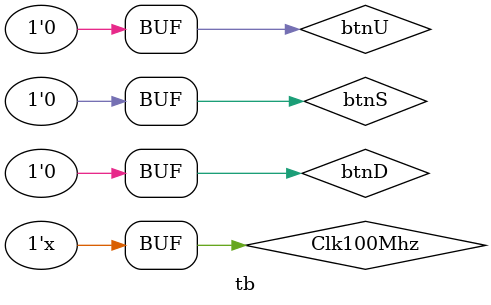
<source format=v>
`timescale 1ns / 1ps


module tb;

	// Inputs
	reg Clk100Mhz;
	reg btnS;
	reg btnU;
	reg btnD;

	// Outputs
	wire [7:0] seg;
	wire [3:0] an;

	// Instantiate the Unit Under Test (UUT)
	Game uut (
		.Clk100Mhz(Clk100Mhz), 
		.btnS(btnS), 
		.btnU(btnU), 
		.btnD(btnD), 
		.seg(seg), 
		.an(an)
	);

always Clk100Mhz= #5 ~Clk100Mhz; 

	initial begin
		// Initialize Inputs
		//Clk100Mhz = 0;
		btnS = 0;
		btnU = 0;
		btnD = 0;

		// Wait 100 ns for global reset to finish
		#100;
        
		// Add stimulus here

	end
      
endmodule


</source>
